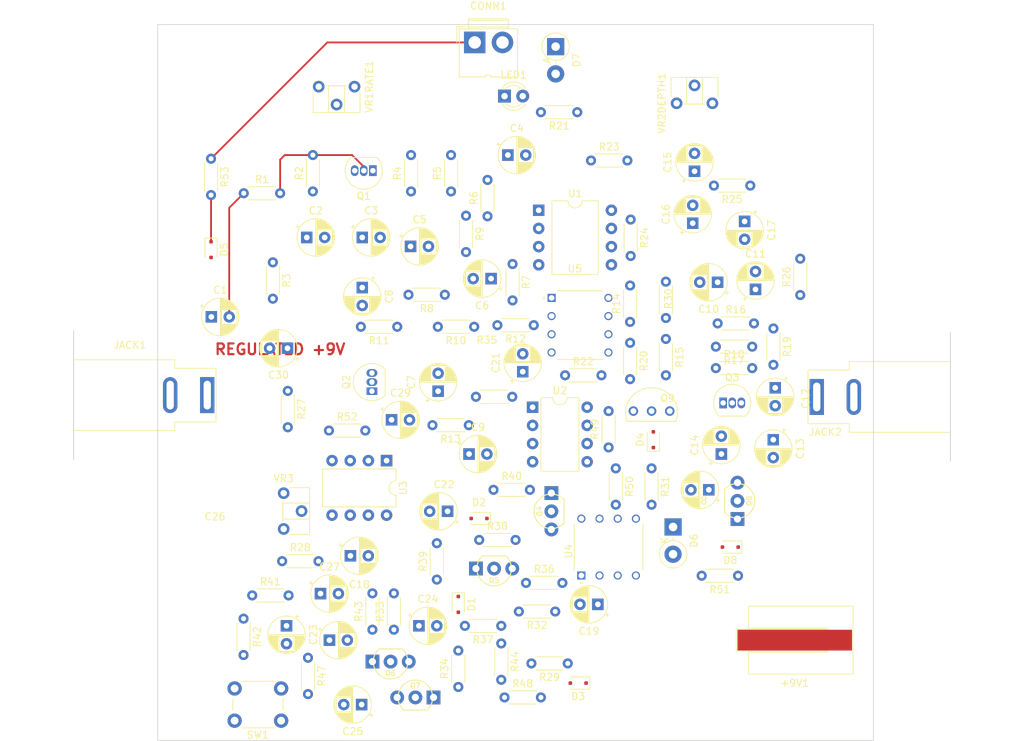
<source format=kicad_pcb>
(kicad_pcb (version 20221018) (generator pcbnew)
  (layers (0 "F.Cu" signal) (31 "B.Cu" signal) (34 "B.Paste" user) (35 "F.Paste" user) (36 "B.SilkS" user "B.Silkscreen") (37 "F.SilkS" user "F.Silkscreen") (38 "B.Mask" user) (39 "F.Mask" user) (44 "Edge.Cuts" user))
  (net 0 "")
  (net 1 "+9V")
  (net 2 "Net-(+9V1--)")
  (net 3 "Net-(C1-Pad2)")
  (net 4 "Net-(Q1-E)")
  (net 5 "Net-(C2-Pad2)")
  (net 6 "Net-(C3-Pad2)")
  (net 7 "Net-(C4-Pad1)")
  (net 8 "Net-(C4-Pad2)")
  (net 9 "Net-(C5-Pad2)")
  (net 10 "GND")
  (net 11 "Net-(C6-Pad2)")
  (net 12 "Net-(Q2-E)")
  (net 13 "Net-(C7-Pad2)")
  (net 14 "Net-(Q2-B)")
  (net 15 "Net-(U2-VGG)")
  (net 16 "Net-(C10-Pad1)")
  (net 17 "Net-(U2-OUT1)")
  (net 18 "Net-(C11-Pad1)")
  (net 19 "Net-(C12-Pad1)")
  (net 20 "Net-(Q3-E)")
  (net 21 "Net-(Q3-B)")
  (net 22 "Net-(C14-Pad2)")
  (net 23 "Net-(C15-Pad1)")
  (net 24 "Net-(C15-Pad2)")
  (net 25 "Net-(C16-Pad2)")
  (net 26 "Net-(C17-Pad1)")
  (net 27 "Net-(C17-Pad2)")
  (net 28 "+4V")
  (net 29 "Net-(U4-1IN-)")
  (net 30 "Net-(U4-1OUT)")
  (net 31 "Net-(C21-Pad1)")
  (net 32 "Net-(D1-K)")
  (net 33 "Net-(U3-OX3)")
  (net 34 "Net-(C23-Pad1)")
  (net 35 "Net-(C24-Pad1)")
  (net 36 "Net-(C24-Pad2)")
  (net 37 "Net-(C25-Pad1)")
  (net 38 "Net-(C25-Pad2)")
  (net 39 "Net-(D4-K)")
  (net 40 "Net-(CONN1-Pad1)")
  (net 41 "Net-(D1-A)")
  (net 42 "Net-(D2-K)")
  (net 43 "Net-(D3-A)")
  (net 44 "Net-(D4-A)")
  (net 45 "Net-(D5-K)")
  (net 46 "Net-(D6-A)")
  (net 47 "Net-(D8-K)")
  (net 48 "Net-(D8-A)")
  (net 49 "Net-(LED1-K)")
  (net 50 "Net-(LED1-A)")
  (net 51 "Net-(Q1-B)")
  (net 52 "Net-(Q4-Pad3)")
  (net 53 "Net-(Q5-Pad1)")
  (net 54 "Net-(Q9-Pad1)")
  (net 55 "Net-(R7-Pad1)")
  (net 56 "Net-(U2-IN)")
  (net 57 "Net-(R27-Pad2)")
  (net 58 "Net-(R28-Pad1)")
  (net 59 "Net-(U5-1IN+)")
  (net 60 "Net-(U5-1OUT)")
  (net 61 "Net-(R31-Pad1)")
  (net 62 "Net-(R32-Pad2)")
  (net 63 "Net-(R35-Pad2)")
  (net 64 "Net-(R42-Pad2)")
  (net 65 "Net-(U2-CP1)")
  (net 66 "Net-(U2-CP2)")
  (net 74 "+9VA")
  (footprint "Connector_BarrelJack:BarrelJack_SwitchcraftConxall_RAPC10U_Horizontal" (layer "F.Cu") (at 36.93 64.77)
    (fp_text reference "JACK1")
    (fp_text value "INPUT")
    (fp_line (start -18.67 -9) (end -18.67 9) (stroke (width 0.12)) (layer "Edge.Cuts"))
  )
  (footprint "Resistor_THT:R_Axial_DIN0204_L3.6mm_D1.6mm_P5.08mm_Horizontal" (layer "F.Cu") (at 48.18 64.18 -90)
    (fp_text reference "R27")
    (fp_text value "4K7")
  )
  (footprint "Resistor_THT:R_Axial_DIN0204_L3.6mm_D1.6mm_P5.08mm_Horizontal" (layer "F.Cu") (at 74.46 65)
    (fp_text reference "R35")
    (fp_text value "220K")
  )
  (footprint "Capacitor_THT:CP_Radial_D5.0mm_P2.50mm" (layer "F.Cu") (at 116.27 63.75 -90)
    (fp_text reference "C12")
    (fp_text value "0.0082uF")
  )
  (footprint "Diode_SMD:D_SOD-323F" (layer "F.Cu") (at 37.458 44.442 -90)
    (fp_text reference "D5")
    (fp_text value "1S1588")
  )
  (footprint "Potentiometer_THT:Potentiometer_ACP_CA6-H2,5_Horizontal" (layer "F.Cu") (at 57.5 21.675 -90)
    (fp_text reference "VR1RATE1")
    (fp_text value "100K")
  )
  (footprint "2SC945:TO92" (layer "F.Cu") (at 111 79.54 90)
    (fp_text reference "Q8")
    (fp_text value "2SC945")
  )
  (footprint "Capacitor_THT:CP_Radial_D5.0mm_P2.50mm" (layer "F.Cu") (at 81 61.5 90)
    (fp_text reference "C21")
    (fp_text value "0.01 uF")
  )
  (footprint "Resistor_THT:R_Axial_DIN0204_L3.6mm_D1.6mm_P5.08mm_Horizontal" (layer "F.Cu") (at 88.62 25.246 180)
    (fp_text reference "R21")
    (fp_text value "47K")
  )
  (footprint "Resistor_THT:R_Axial_DIN0204_L3.6mm_D1.6mm_P5.08mm_Horizontal" (layer "F.Cu") (at 78.46 107)
    (fp_text reference "R48")
    (fp_text value "56k")
  )
  (footprint "Resistor_THT:R_Axial_DIN0204_L3.6mm_D1.6mm_P5.08mm_Horizontal" (layer "F.Cu") (at 99 75 -90)
    (fp_text reference "R31")
    (fp_text value "10K")
  )
  (footprint "Resistor_THT:R_Axial_DIN0204_L3.6mm_D1.6mm_P5.08mm_Horizontal" (layer "F.Cu") (at 90.54 31.996)
    (fp_text reference "R23")
    (fp_text value "10K")
  )
  (footprint "Resistor_THT:R_Axial_DIN0204_L3.6mm_D1.6mm_P5.08mm_Horizontal" (layer "F.Cu") (at 74.92 85)
    (fp_text reference "R38")
    (fp_text value "150K")
  )
  (footprint "Diode_THT:D_DO-15_P3.81mm_Vertical_KathodeUp" (layer "F.Cu") (at 102 83.19 -90)
    (fp_text reference "D6")
    (fp_text value "RD5.1EB")
  )
  (footprint "Capacitor_THT:CP_Radial_D5.0mm_P2.50mm" (layer "F.Cu") (at 69.18 64.22 90)
    (fp_text reference "C7")
    (fp_text value "0.0082 uF")
  )
  (footprint "Resistor_THT:R_Axial_DIN0204_L3.6mm_D1.6mm_P5.08mm_Horizontal" (layer "F.Cu") (at 46.094 46.22 -90)
    (fp_text reference "R3")
    (fp_text value "10K")
  )
  (footprint "Diode_SMD:D_SOD-323F" (layer "F.Cu") (at 74.9 82 180)
    (fp_text reference "D2")
    (fp_text value "1S1588")
  )
  (footprint "2SC945:TO92" (layer "F.Cu") (at 62.54 102)
    (fp_text reference "Q6")
    (fp_text value "2SC945")
  )
  (footprint "Resistor_THT:R_Axial_DIN0204_L3.6mm_D1.6mm_P5.08mm_Horizontal" (layer "F.Cu") (at 42 96 -90)
    (fp_text reference "R42")
    (fp_text value "1K")
  )
  (footprint "Resistor_THT:R_Axial_DIN0204_L3.6mm_D1.6mm_P5.08mm_Horizontal" (layer "F.Cu") (at 93 72.08 90)
    (fp_text reference "R49")
    (fp_text value "1M")
  )
  (footprint "Resistor_THT:R_Axial_DIN0204_L3.6mm_D1.6mm_P5.08mm_Horizontal" (layer "F.Cu") (at 76.08 39.786 90)
    (fp_text reference "R6")
    (fp_text value "47k")
  )
  (footprint "TL022CP:DIP794W45P254L959H508Q8" (layer "F.Cu") (at 93 86 90)
    (fp_text reference "U4")
    (fp_text value "TL022CP")
  )
  (footprint "Package_DIP:DIP-8_W10.16mm" (layer "F.Cu") (at 83.23 38.946)
    (fp_text reference "U1")
    (fp_text value "JRC4558D")
  )
  (footprint "Capacitor_THT:CP_Radial_D5.0mm_P2.50mm" (layer "F.Cu") (at 78.924888 31.234)
    (fp_text reference "C4")
    (fp_text value "100 pF")
  )
  (footprint "Capacitor_THT:CP_Radial_D5.0mm_P2.50mm" (layer "F.Cu") (at 52.75 92.5)
    (fp_text reference "C27")
    (fp_text value "470pF")
  )
  (footprint "Package_DIP:DIP-8_W7.62mm" (layer "F.Cu") (at 61.98 73.92 -90)
    (fp_text reference "U3")
    (fp_text value "MN3101")
  )
  (footprint "Button_Switch_THT:SW_PUSH_6mm_H5mm" (layer "F.Cu") (at 47.25 110.25 180)
    (fp_text reference "SW1")
    (fp_text value "FOOTSWITCH")
  )
  (footprint "2SC945:TO92" (layer "F.Cu") (at 77 89)
    (fp_text reference "Q5")
    (fp_text value "2SC945")
  )
  (footprint "Potentiometer_THT:Potentiometer_ACP_CA6-H2,5_Horizontal" (layer "F.Cu") (at 102.5 24 90)
    (fp_text reference "VR2DEPTH1")
    (fp_text value "100K")
  )
  (footprint "Potentiometer_THT:Potentiometer_ACP_CA6-H2,5_Horizontal" (layer "F.Cu") (at 47.605 78.47)
    (fp_text reference "VR3")
    (fp_text value "10K")
  )
  (footprint "Resistor_THT:R_Axial_DIN0204_L3.6mm_D1.6mm_P5.08mm_Horizontal" (layer "F.Cu") (at 107.98 61)
    (fp_text reference "R18")
    (fp_text value "10K")
  )
  (footprint "Resistor_THT:R_Axial_DIN0204_L3.6mm_D1.6mm_P5.08mm_Horizontal" (layer "F.Cu") (at 101 54 90)
    (fp_text reference "R30")
    (fp_text value "47K")
  )
  (footprint "Resistor_THT:R_Axial_DIN0204_L3.6mm_D1.6mm_P5.08mm_Horizontal" (layer "F.Cu") (at 112.79 35.5 180)
    (fp_text reference "R25")
    (fp_text value "470")
  )
  (footprint "Resistor_THT:R_Axial_DIN0204_L3.6mm_D1.6mm_P5.08mm_Horizontal" (layer "F.Cu") (at 63.47 55.22 180)
    (fp_text reference "R11")
    (fp_text value "10K")
  )
  (footprint "Resistor_THT:R_Axial_DIN0204_L3.6mm_D1.6mm_P5.08mm_Horizontal" (layer "F.Cu") (at 70.12 50.746 180)
    (fp_text reference "R8")
    (fp_text value "100K")
  )
  (footprint "Diode_SMD:D_SOD-323F" (layer "F.Cu") (at 110 86 180)
    (fp_text reference "D8")
    (fp_text value "1S1588")
  )
  (footprint "Resistor_THT:R_Axial_DIN0204_L3.6mm_D1.6mm_P5.08mm_Horizontal" (layer "F.Cu") (at 65.398 36.314 90)
    (fp_text reference "R4")
    (fp_text value "47k")
  )
  (footprint "Resistor_THT:R_Axial_DIN0204_L3.6mm_D1.6mm_P5.08mm_Horizontal" (layer "F.Cu") (at 74.22 55.22 180)
    (fp_text reference "R10")
    (fp_text value "10K")
  )
  (footprint "Resistor_THT:R_Axial_DIN0204_L3.6mm_D1.6mm_P5.08mm_Horizontal" (layer "F.Cu") (at 101 56.92 -90)
    (fp_text reference "R15")
    (fp_text value "330K")
  )
  (footprint "Resistor_THT:R_Axial_DIN0204_L3.6mm_D1.6mm_P5.08mm_Horizontal" (layer "F.Cu") (at 81.46 91)
    (fp_text reference "R36")
    (fp_text value "4K7")
  )
  (footprint "Resistor_THT:R_Axial_DIN0204_L3.6mm_D1.6mm_P5.08mm_Horizontal" (layer "F.Cu") (at 86.92 62)
    (fp_text reference "R22")
    (fp_text value "47K")
  )
  (footprint "Capacitor_THT:CP_Radial_D5.0mm_P2.50mm" (layer "F.Cu") (at 73.5 73)
    (fp_text reference "C9")
    (fp_text value "1uF/50V")
  )
  (footprint "Capacitor_THT:CP_Radial_D5.0mm_P2.50mm" (layer "F.Cu") (at 48 97 -90)
    (fp_text reference "C23")
    (fp_text value "0.01uF")
  )
  (footprint "LED_THT:LED_D3.0mm" (layer "F.Cu") (at 78.46 23)
    (fp_text reference "LED1")
    (fp_text value "SLP-135B")
  )
  (footprint "Capacitor_THT:CP_Radial_D5.0mm_P2.50mm" (layer "F.Cu") (at 113.52 50 90)
    (fp_text reference "C11")
    (fp_text value "0.0033uF")
  )
  (footprint "Resistor_THT:R_Axial_DIN0204_L3.6mm_D1.6mm_P5.08mm_Horizontal" (layer "F.Cu") (at 87.29 102.25 180)
    (fp_text reference "R29")
    (fp_text value "33K")
  )
  (footprint "Resistor_THT:R_Axial_DIN0204_L3.6mm_D1.6mm_P5.08mm_Horizontal" (layer "F.Cu") (at 43.21 92.75)
    (fp_text reference "R41")
    (fp_text value "1MK")
  )
  (footprint "TL022CP:DIP794W45P254L959H508Q8" (layer "F.Cu") (at 89 55)
    (fp_text reference "U5")
    (fp_text value "TL022CP")
  )
  (footprint "Resistor_THT:R_Axial_DIN0204_L3.6mm_D1.6mm_P5.08mm_Horizontal" (layer "F.Cu") (at 70.986 36.314 90)
    (fp_text reference "R5")
    (fp_text value "10K")
  )
  (footprint "Package_DIP:DIP-8_W7.62mm" (layer "F.Cu") (at 82.38 66.46)
    (fp_text reference "U2")
    (fp_text value "MN3007")
  )
  (footprint "Resistor_THT:R_Axial_DIN0204_L3.6mm_D1.6mm_P5.08mm_Horizontal" (layer "F.Cu") (at 47.39 87.97)
    (fp_text reference "R28")
    (fp_text value "4K7")
  )
  (footprint "Resistor_THT:R_Axial_DIN0204_L3.6mm_D1.6mm_P5.08mm_Horizontal" (layer "F.Cu") (at 63 97.54 90)
    (fp_text reference "R33")
    (fp_text value "100K")
  )
  (footprint "Resistor_THT:R_Axial_DIN0204_L3.6mm_D1.6mm_P5.08mm_Horizontal" (layer "F.Cu") (at 96.08 40.246 -90)
    (fp_text reference "R24")
    (fp_text value "47K")
  )
  (footprint "Resistor_THT:R_Axial_DIN0204_L3.6mm_D1.6mm_P5.08mm_Horizontal" (layer "F.Cu") (at 76.92 78)
    (fp_text reference "R40")
    (fp_text value "2K7")
  )
  (footprint "Capacitor_THT:CP_Radial_D5.0mm_P2.50mm" (layer "F.Cu") (at 76.58 48.496 180)
    (fp_text reference "C6")
    (fp_text value "0.0033 uF")
  )
  (footprint "Capacitor_THT:CP_Radial_D5.0mm_P2.50mm" (layer "F.Cu") (at 65.33 43.996)
    (fp_text reference "C5")
    (fp_text value "0.033 uF")
  )
  (footprint "Diode_SMD:D_SOD-323F" (layer "F.Cu") (at 99.25 71 90)
    (fp_text reference "D4")
    (fp_text value "1S1588")
  )
  (footprint "Capacitor_THT:CP_Radial_D5.0mm_P2.50mm" (layer "F.Cu") (at 70.5 81 180)
    (fp_text reference "C22")
    (fp_text value "47 pF")
  )
  (footprint "Resistor_THT:R_Axial_DIN0204_L3.6mm_D1.6mm_P5.08mm_Horizontal" (layer "F.Cu") (at 69 90.54 90)
    (fp_text reference "R39")
    (fp_text value "33K")
  )
  (footprint "Resistor_THT:R_Axial_DIN0204_L3.6mm_D1.6mm_P5.08mm_Horizontal" (layer "F.Cu") (at 42.03 36.568)
    (fp_text reference "R1")
    (fp_text value "1K")
  )
  (footprint "Resistor_THT:R_Axial_DIN0204_L3.6mm_D1.6mm_P5.08mm_Horizontal" (layer "F.Cu") (at 79.58 46.456 -90)
    (fp_text reference "R7")
    (fp_text value "10K")
  )
  (footprint "Resistor_THT:R_Axial_DIN0204_L3.6mm_D1.6mm_P5.08mm_Horizontal" (layer "F.Cu") (at 113.06 58 180)
    (fp_text reference "R17")
    (fp_text value "10K")
  )
  (footprint "Resistor_THT:R_Axial_DIN0204_L3.6mm_D1.6mm_P5.08mm_Horizontal" (layer "F.Cu") (at 60 97.54 90)
    (fp_text reference "R43")
    (fp_text value "56K")
  )
  (footprint "Capacitor_THT:CP_Radial_D5.0mm_P2.50mm" (layer "F.Cu") (at 112 40.5 -90)
    (fp_text reference "C17")
    (fp_text value "1uF/50V")
  )
  (footprint "Resistor_THT:R_Axial_DIN0204_L3.6mm_D1.6mm_P5.08mm_Horizontal" (layer "F.Cu") (at 73.08 39.706 -90)
    (fp_text reference "R9")
    (fp_text value "10K")
  )
  (footprint "Capacitor_THT:CP_Radial_D5.0mm_P2.50mm" (layer "F.Cu") (at 58.58 49.746 -90)
    (fp_text reference "C8")
    (fp_text value "470 pF")
  )
  (footprint "Capacitor_THT:CP_Radial_D5.0mm_P2.50mm" (layer "F.Cu") (at 108.75 73 90)
    (fp_text reference "C14")
    (fp_text value "0.033uF")
  )
  (footprint "2SC945:TO92" (layer "F.Cu") (at 85 81 -90)
    (fp_text reference "Q4")
    (fp_text value "2SC945")
  )
  (footprint "Resistor_THT:R_Axial_DIN0204_L3.6mm_D1.6mm_P5.08mm_Horizontal" (layer "F.Cu") (at 96 54.54 90)
    (fp_text reference "R14")
    (fp_text value "56K")
  )
  (footprint "Resistor_THT:R_Axial_DIN0204_L3.6mm_D1.6mm_P5.08mm_Horizontal" (layer "F.Cu") (at 37.458 31.742 -90)
    (fp_text reference "R53")
    (fp_text value "100")
  )
  (footprint "Resistor_THT:R_Axial_DIN0204_L3.6mm_D1.6mm_P5.08mm_Horizontal" (layer "F.Cu") (at 72 105.54 90)
    (fp_text reference "R34")
    (fp_text value "100K")
  )
  (footprint "Capacitor_THT:CP_Radial_D5.0mm_P2.50mm" (layer "F.Cu") (at 116 71 -90)
    (fp_text reference "C13")
    (fp_text value "470pF")
  )
  (footprint "Resistor_THT:R_Axial_DIN0204_L3.6mm_D1.6mm_P5.08mm_Horizontal" (layer "F.Cu") (at 78 99.46 -90)
    (fp_text reference "R44")
    (fp_text value "56K")
  )
  (footprint "Resistor_THT:R_Axial_DIN0204_L3.6mm_D1.6mm_P5.08mm_Horizontal" (layer "F.Cu") (at 53.93 69.72)
    (fp_text reference "R52")
    (fp_text value "33")
  )
  (footprint "Capacitor_THT:CP_Radial_D5.0mm_P2.50mm" (layer "F.Cu") (at 104.75 40.75 90)
    (fp_text reference "C16")
    (fp_text value "100pF")
  )
  (footprint "Connector_BarrelJack:BarrelJack_SwitchcraftConxall_RAPC10U_Horizontal" (layer "F.Cu") (at 122.074 65.024 180)
    (fp_text reference "JACK2")
    (fp_text value "OUTPUT")
    (fp_line (start -18.67 -9) (end -18.67 9) (stroke (width 0.12)) (layer "Edge.Cuts"))
  )
  (footprint "Resistor_THT:R_Axial_DIN0204_L3.6mm_D1.6mm_P5.08mm_Horizontal" (layer "F.Cu") (at 85.54 95 180)
    (fp_text reference "R32")
    (fp_text value "1MK")
  )
  (footprint "Resistor_THT:R_Axial_DIN0204_L3.6mm_D1.6mm_P5.08mm_Horizontal" (layer "F.Cu") (at 73.47 68.97 180)
    (fp_text reference "R13")
    (fp_text value "4K7")
  )
  (footprint "Capacitor_THT:CP_Radial_D5.0mm_P2.50mm" (layer "F.Cu") (at 58.5 108 180)
    (fp_text reference "C25")
    (fp_text value "470pF")
  )
  (footprint "Battery:BatteryHolder_Keystone_2993" (layer "F.Cu") (at 119 99 180)
    (fp_text reference "+9V1")
    (fp_text value "Battery")
  )
  (footprint "2SC945:TO92" (layer "F.Cu") (at 66 107 180)
    (fp_text reference "Q7")
    (fp_text value "2SC945")
  )
  (footprint "Capacitor_THT:CP_Radial_D5.0mm_P2.50mm" (layer "F.Cu") (at 66.5 97)
    (fp_text reference "C24")
    (fp_text value "470pF")
  )
  (footprint "Connector:JWT_A3963_1x02_P3.96mm_Vertical" (layer "F.Cu") (at 74.2925 15.5)
    (fp_text reference "CONN1")
    (fp_text value "POWER")
  )
  (footprint "Capacitor_THT:CP_Radial_D5.0mm_P2.50mm" (layer "F.Cu") (at 37.498 53.84)
    (fp_text reference "C1")
    (fp_text value "0.047uF")
  )
  (footprint "Capacitor_THT:CP_Radial_D5.0mm_P2.50mm" (layer "F.Cu") (at 108.225112 49 180)
    (fp_text reference "C10")
    (fp_text value "0.033uF")
  )
  (footprint "Package_TO_SOT_THT:TO-92_Inline" (layer "F.Cu") (at 59.93 64.22 90)
    (fp_text reference "Q2")
    (fp_text value "BC239/BC238")
  )
  (footprint "Capacitor_THT:CP_Radial_D5.0mm_P2.50mm" (layer "F.Cu") (at 50.83 42.746)
    (fp_text reference "C2")
    (fp_text value "0.47uF/50V")
  )
  (footprint "Package_TO_SOT_THT:TO-92_Inline" (layer "F.Cu") (at 60.064 33.414 180)
    (fp_text reference "Q1")
    (fp_text value "BC239/BC238")
  )
  (footprint "Capacitor_THT:CP_Radial_D5.0mm_P2.50mm" (layer "F.Cu") (at 48.135113 58.22 180)
    (fp_text reference "C30")
    (fp_text value "220uF/10V")
  )
  (footprint "Resistor_THT:R_Axial_DIN0204_L3.6mm_D1.6mm_P5.08mm_Horizontal" (layer "F.Cu") (at 51.682 36.314 90)
    (fp_text reference "R2")
    (fp_text value "470K")
  )
  (footprint "Resistor_THT:R_Axial_DIN0204_L3.6mm_D1.6mm_P5.08mm_Horizontal" (layer "F.Cu") (at 78 97 180)
    (fp_text reference "R37")
    (fp_text value "4K7")
  )
  (footprint "2SK30A:TO92" (layer "F.Cu") (at 99 67)
    (fp_text reference "Q9")
    (fp_text value "2SK30A")
  )
  (footprint "Capacitor_THT:CP_Radial_D5.0mm_P2.50mm" (layer "F.Cu") (at 105 33.5 90)
    (fp_text reference "C15")
    (fp_text value "0.0068uF")
  )
  (footprint "Diode_THT:D_DO-15_P3.81mm_Vertical_AnodeUp" (layer "F.Cu") (at 85.598 16.083 -90)
    (fp_text reference "D7")
    (fp_text value "RD11EB")
  )
  (footprint "Package_TO_SOT_THT:TO-92_Inline" (layer "F.Cu") (at 109 65.86)
    (fp_text reference "Q3")
    (fp_text value "BC239/BC238")
  )
  (footprint "Resistor_THT:R_Axial_DIN0204_L3.6mm_D1.6mm_P5.08mm_Horizontal" (layer "F.Cu") (at 94 75 -90)
    (fp_text reference "R50")
    (fp_text value "1MK")
  )
  (footprint "Capacitor_THT:CP_Radial_D5.0mm_P2.50mm" (layer "F.Cu") (at 56.93 87.22)
    (fp_text reference "C18")
    (fp_text value "47uF/6.3V")
  )
  (footprint "Capacitor_THT:CP_Radial_D5.0mm_P2.50mm" (layer "F.Cu") (at 107 78 180)
    (fp_text reference "C28")
    (fp_text value "0.047uF")
  )
  (footprint "Capacitor_THT:CP_Radial_D5.0mm_P2.50mm" (layer "F.Cu") (at 62.68 68.22)
    (fp_text reference "C29")
    (fp_text value "100uF/16V")
  )
  (footprint "Resistor_THT:R_Axial_DIN0204_L3.6mm_D1.6mm_P5.08mm_Horizontal" (layer "F.Cu") (at 51 101.46 -90)
    (fp_text reference "R47")
    (fp_text value "56k")
  )
  (footprint "Resistor_THT:R_Axial_DIN0204_L3.6mm_D1.6mm_P5.08mm_Horizontal" (layer "F.Cu") (at 119.77 50.79 90)
    (fp_text reference "R26")
    (fp_text value "100K")
  )
  (footprint "Capacitor_THT:CP_Radial_D5.0mm_P2.50mm" (layer "F.Cu") (at 54 99)
    (fp_text reference "C26")
    (fp_text value "470pF")
  )
  (footprint "Capacitor_THT:CP_Radial_D5.0mm_P2.50mm" (layer "F.Cu") (at 91.5 94 180)
    (fp_text reference "C19")
    (fp_text value "0.1uF")
  )
  (footprint "Resistor_THT:R_Axial_DIN0204_L3.6mm_D1.6mm_P5.08mm_Horizontal" (layer "F.Cu") (at 111.08 90 180)
    (fp_text reference "R51")
    (fp_text value "3K9")
  )
  (footprint "Resistor_THT:R_Axial_DIN0204_L3.6mm_D1.6mm_P5.08mm_Horizontal" (layer "F.Cu") (at 116.02 55.46 -90)
    (fp_text reference "R19")
    (fp_text value "10K")
  )
  (footprint "Resistor_THT:R_Axial_DIN0204_L3.6mm_D1.6mm_P5.08mm_Horizontal" (layer "F.Cu") (at 96 57.46 -90)
    (fp_text reference "R20")
    (fp_text value "1MK")
  )
  (footprint "Resistor_THT:R_Axial_DIN0204_L3.6mm_D1.6mm_P5.08mm_Horizontal" (layer "F.Cu") (at 82.54 55 180)
    (fp_text reference "R12")
    (fp_text value "10K")
  )
  (footprint "Resistor_THT:R_Axial_DIN0204_L3.6mm_D1.6mm_P5.08mm_Horizontal" (layer "F.Cu") (at 108.23 54.75)
    (fp_text reference "R16")
    (fp_text value "10K")
  )
  (footprint "Diode_SMD:D_SOD-323F" (layer "F.Cu") (at 88.75 105 180)
    (fp_text reference "D3")
    (fp_text value "1S1588")
  )
  (footprint "Diode_SMD:D_SOD-323F" (layer "F.Cu") (at 72 94 -90)
    (fp_text reference "D1")
    (fp_text value "1S1588")
  )
  (footprint "Capacitor_THT:CP_Radial_D5.0mm_P2.50mm" (layer "F.Cu") (at 58.58 42.746)
    (fp_text reference "C3")
    (fp_text value "0.0068 uF")
  )
  (gr_line (start 30 113) (end 30 13) (stroke (width 0.1)) (layer "Edge.Cuts"))
  (gr_line (start 130 113) (end 30 113) (stroke (width 0.1)) (layer "Edge.Cuts"))
  (gr_line (start 30 13) (end 130 13) (stroke (width 0.1)) (layer "Edge.Cuts"))
  (gr_line (start 130 13) (end 130 113) (stroke (width 0.1)) (layer "Edge.Cuts"))
  (gr_text "REGULATED +9V\n" (at 37.83 59.246) (layer "F.Cu") (effects (font (size 1.5 1.5) (thickness 0.3) bold) (justify left bottom)))
  (segment (start 39.998 38.6) (end 42.03 36.568) (width 0.25) (layer "F.Cu") (net 3))
  (segment (start 39.998 53.84) (end 39.998 38.6) (width 0.25) (layer "F.Cu") (net 3))
  (segment (start 37.458 31.742) (end 53.7 15.5) (width 0.25) (layer "F.Cu") (net 40))
  (segment (start 53.7 15.5) (end 74.2925 15.5) (width 0.25) (layer "F.Cu") (net 40))
  (segment (start 37.458 43.342) (end 37.458 36.822) (width 0.25) (layer "F.Cu") (net 45))
  (segment (start 57.164 31.234) (end 58.794 32.864) (width 0.25) (layer "F.Cu") (net 51))
  (segment (start 51.682 31.234) (end 57.164 31.234) (width 0.25) (layer "F.Cu") (net 51))
  (segment (start 47.76 31.234) (end 51.682 31.234) (width 0.25) (layer "F.Cu") (net 51))
  (segment (start 58.794 32.864) (end 58.794 33.414) (width 0.25) (layer "F.Cu") (net 51))
  (segment (start 47.11 31.884) (end 47.76 31.234) (width 0.25) (layer "F.Cu") (net 51))
  (segment (start 47.11 36.568) (end 47.11 31.884) (width 0.25) (layer "F.Cu") (net 51))
)
</source>
